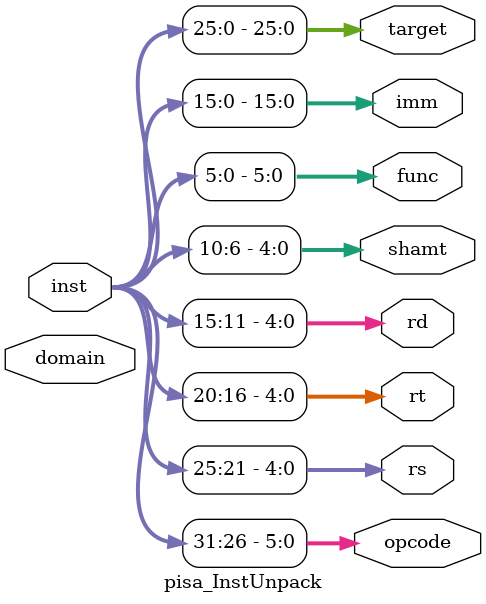
<source format=v>

`ifndef PISA_INST_V
`define PISA_INST_V


`define PISA_INST_OPCODE    31:26
`define PISA_INST_RS        25:21
`define PISA_INST_RT        20:16
`define PISA_INST_RD        15:11
`define PISA_INST_SHAMT     10:6
`define PISA_INST_FUNC      5:0
`define PISA_INST_IMM       15:0
`define PISA_INST_TARGET    25:0

//------------------------------------------------------------------------
// Field sizes
//------------------------------------------------------------------------

`define PISA_INST_NBITS          32
`define PISA_INST_OPCODE_NBITS   6
`define PISA_INST_RS_NBITS       5
`define PISA_INST_RT_NBITS       5
`define PISA_INST_RD_NBITS       5
`define PISA_INST_SHAMT_NBITS    5
`define PISA_INST_FUNC_NBITS     6
`define PISA_INST_IMM_NBITS      16
`define PISA_INST_TARGET_NBITS   26

//------------------------------------------------------------------------
// Instruction opcodes
//------------------------------------------------------------------------

// Basic instructions

`define PISA_INST_MFC0    32'b010000_00000_?????_?????_00000_000000
`define PISA_INST_MTC0    32'b010000_00100_?????_?????_00000_000000
`define PISA_INST_NOP     32'b000000_00000_00000_00000_00000_000000

// Register-register arithmetic, logical, and comparison instructions

`define PISA_INST_ADDU    32'b000000_?????_?????_?????_00000_100001
`define PISA_INST_SUBU    32'b000000_?????_?????_?????_00000_100011
`define PISA_INST_AND     32'b000000_?????_?????_?????_00000_100100
`define PISA_INST_OR      32'b000000_?????_?????_?????_00000_100101
`define PISA_INST_XOR     32'b000000_?????_?????_?????_00000_100110
`define PISA_INST_NOR     32'b000000_?????_?????_?????_00000_100111
`define PISA_INST_SLT     32'b000000_?????_?????_?????_00000_101010
`define PISA_INST_SLTU    32'b000000_?????_?????_?????_00000_101011

// Register-immediate arithmetic, logical, and comparison instructions

`define PISA_INST_ADDIU   32'b001001_?????_?????_?????_?????_??????
`define PISA_INST_ANDI    32'b001100_?????_?????_?????_?????_??????
`define PISA_INST_ORI     32'b001101_?????_?????_?????_?????_??????
`define PISA_INST_XORI    32'b001110_?????_?????_?????_?????_??????
`define PISA_INST_SLTI    32'b001010_?????_?????_?????_?????_??????
`define PISA_INST_SLTIU   32'b001011_?????_?????_?????_?????_??????

// Shift instructions

`define PISA_INST_SLL     32'b000000_00000_?????_?????_?????_000000
`define PISA_INST_SRL     32'b000000_00000_?????_?????_?????_000010
`define PISA_INST_SRA     32'b000000_00000_?????_?????_?????_000011
`define PISA_INST_SLLV    32'b000000_?????_?????_?????_00000_000100
`define PISA_INST_SRLV    32'b000000_?????_?????_?????_00000_000110
`define PISA_INST_SRAV    32'b000000_?????_?????_?????_00000_000111

// Other instructions

`define PISA_INST_LUI     32'b001111_00000_?????_?????_?????_??????

// Multiply/divide instructions

`define PISA_INST_MUL     32'b011100_?????_?????_?????_00000_000010
`define PISA_INST_DIV     32'b100111_?????_?????_?????_00000_000101
`define PISA_INST_DIVU    32'b100111_?????_?????_?????_00000_000111
`define PISA_INST_REM     32'b100111_?????_?????_?????_00000_000110
`define PISA_INST_REMU    32'b100111_?????_?????_?????_00000_001000

// Load instructions

`define PISA_INST_LW      32'b100011_?????_?????_?????_?????_??????
`define PISA_INST_LH      32'b100001_?????_?????_?????_?????_??????
`define PISA_INST_LHU     32'b100101_?????_?????_?????_?????_??????
`define PISA_INST_LB      32'b100000_?????_?????_?????_?????_??????
`define PISA_INST_LBU     32'b100100_?????_?????_?????_?????_??????
`define PISA_INST_PRELW   32'b100111_?????_?????_?????_?????_??????

// Store instructions

`define PISA_INST_SW      32'b101011_?????_?????_?????_?????_??????
`define PISA_INST_SH      32'b101001_?????_?????_?????_?????_??????
`define PISA_INST_SB      32'b101000_?????_?????_?????_?????_??????

// Unconditional jump instructions

`define PISA_INST_J       32'b000010_?????_?????_?????_?????_??????
`define PISA_INST_JAL     32'b000011_?????_?????_?????_?????_??????
`define PISA_INST_JR      32'b000000_?????_00000_00000_00000_001000
`define PISA_INST_JALR    32'b000000_?????_00000_?????_00000_001001

// Conditional branch instructions

`define PISA_INST_BEQ     32'b000100_?????_?????_?????_?????_??????
`define PISA_INST_BNE     32'b000101_?????_?????_?????_?????_??????
`define PISA_INST_BLEZ    32'b000110_?????_00000_?????_?????_??????
`define PISA_INST_BGTZ    32'b000111_?????_00000_?????_?????_??????
`define PISA_INST_BLTZ    32'b000001_?????_00000_?????_?????_??????
`define PISA_INST_BGEZ    32'b000001_?????_00001_?????_?????_??????

// System-level instructions

`define PISA_INST_SYSCALL 32'b000000_?????_?????_?????_?????_001100
`define PISA_INST_ERET    32'b010000_10000_00000_00000_00000_011000

// Atomic memory operations

`define PISA_INST_AMO_ADD 32'b100111_?????_?????_?????_00000_000010
`define PISA_INST_AMO_AND 32'b100111_?????_?????_?????_00000_000011
`define PISA_INST_AMO_OR  32'b100111_?????_?????_?????_00000_000100

// Interrupt operations
`define PISA_INST_INTR	  32'b000111_?????_?????_?????_?????_?????0
`define PISA_INST_SETINTR 32'b000111_?????_?????_?????_?????_?????1

// Change Mode operations
`define PISA_INST_CHMOD   32'b111111_?????_?????_?????_11111_111111

// Change Control Register Operations
`define PISA_INST_CHMEMPAR 32'b011111_?????_?????_?????_?????_??????

// Direct Memory Access instruction
`define PISA_INST_DIRMEM  32'b101111_?????_?????_?????_?????_??????

// Debug Intrucstion
`define PISA_INST_DEBUG	  32'b101110_?????_?????_?????_?????_??????

//------------------------------------------------------------------------
// Coprocessor registers
//------------------------------------------------------------------------

`define PISA_CPR_MNGR2PROC  1
`define PISA_CPR_PROC2MNGR  2
`define PISA_CPR_STATS_EN   21
`define PISA_CPR_NUMCORES   16
`define PISA_CPR_COREID     17

//------------------------------------------------------------------------
// Helper Tasks
//------------------------------------------------------------------------

module pisa_InstTasks();

  //----------------------------------------------------------------------
  // Assembly functions for each format type
  //----------------------------------------------------------------------

  function [`PISA_INST_NBITS-1:0] asm_fmt_r
  (
    input [`PISA_INST_OPCODE_NBITS-1:0] opcode,
    input [`PISA_INST_RS_NBITS-1:0]     rs,
    input [`PISA_INST_RT_NBITS-1:0]     rt,
    input [`PISA_INST_RD_NBITS-1:0]     rd,
    input [`PISA_INST_SHAMT_NBITS-1:0]  shamt,
    input [`PISA_INST_FUNC_NBITS-1:0]   func
  );
  begin
    asm_fmt_r[`PISA_INST_OPCODE] = opcode;
    asm_fmt_r[`PISA_INST_RS]     = rs;
    asm_fmt_r[`PISA_INST_RT]     = rt;
    asm_fmt_r[`PISA_INST_RD]     = rd;
    asm_fmt_r[`PISA_INST_SHAMT]  = shamt;
    asm_fmt_r[`PISA_INST_FUNC]   = func;
  end
  endfunction

  function [`PISA_INST_NBITS-1:0] asm_fmt_i
  (
    input [`PISA_INST_OPCODE_NBITS-1:0] opcode,
    input [`PISA_INST_RS_NBITS-1:0]     rs,
    input [`PISA_INST_RT_NBITS-1:0]     rt,
    input [`PISA_INST_IMM_NBITS-1:0]    imm
  );
  begin
    asm_fmt_i[`PISA_INST_OPCODE] = opcode;
    asm_fmt_i[`PISA_INST_RS]     = rs;
    asm_fmt_i[`PISA_INST_RT]     = rt;
    asm_fmt_i[`PISA_INST_IMM]    = imm;
  end
  endfunction

  function [`PISA_INST_NBITS-1:0] asm_fmt_j
  (
    input [`PISA_INST_OPCODE_NBITS-1:0] opcode,
    input [`PISA_INST_TARGET_NBITS-1:0] target
  );
  begin
    asm_fmt_j[`PISA_INST_OPCODE] = opcode;
    asm_fmt_j[`PISA_INST_TARGET] = target;
  end
  endfunction

  //----------------------------------------------------------------------
  // Assembly functions for basic instructions
  //----------------------------------------------------------------------

  function [`PISA_INST_NBITS-1:0] asm_mfc0
  (
    input [`PISA_INST_RT_NBITS-1:0]  rt,
    input [`PISA_INST_RD_NBITS-1:0]  rd
  );
  begin
    asm_mfc0 = asm_fmt_r( 6'b010000, 5'd0, rt, rd, 5'd0, 6'b000000 );
  end
  endfunction

  function [`PISA_INST_NBITS-1:0] asm_mtc0
  (
    input [`PISA_INST_RT_NBITS-1:0]  rt,
    input [`PISA_INST_RD_NBITS-1:0]  rd
  );
  begin
    asm_mtc0 = asm_fmt_r( 6'b010000, 5'b00100, rt, rd, 5'd0, 6'b000000 );
  end
  endfunction

  function [`PISA_INST_NBITS-1:0] asm_nop( input dummy );
  begin
    asm_nop = asm_fmt_i( 6'b000000, 5'd0, 5'd0, 16'h0 );
  end
  endfunction

  //----------------------------------------------------------------------
  // Assembly functions for reg-reg arith, logical, and cmp instructions
  //----------------------------------------------------------------------

  function [`PISA_INST_NBITS-1:0] asm_addu
  (
    input [`PISA_INST_RD_NBITS-1:0] rd,
    input [`PISA_INST_RS_NBITS-1:0] rs,
    input [`PISA_INST_RT_NBITS-1:0] rt
  );
  begin
    asm_addu = asm_fmt_r( 6'b000000, rs, rt, rd, 5'd0, 6'b100001 );
  end
  endfunction

  function [`PISA_INST_NBITS-1:0] asm_subu
  (
    input [`PISA_INST_RD_NBITS-1:0] rd,
    input [`PISA_INST_RS_NBITS-1:0] rs,
    input [`PISA_INST_RT_NBITS-1:0] rt
  );
  begin
    asm_subu = asm_fmt_r( 6'b000000, rs, rt, rd, 5'd0, 6'b100011 );
  end
  endfunction

  function [`PISA_INST_NBITS-1:0] asm_and
  (
    input [`PISA_INST_RD_NBITS-1:0] rd,
    input [`PISA_INST_RS_NBITS-1:0] rs,
    input [`PISA_INST_RT_NBITS-1:0] rt
  );
  begin
    asm_and = asm_fmt_r( 6'b000000, rs, rt, rd, 5'd0, 6'b100100 );
  end
  endfunction

  function [`PISA_INST_NBITS-1:0] asm_or
  (
    input [`PISA_INST_RD_NBITS-1:0] rd,
    input [`PISA_INST_RS_NBITS-1:0] rs,
    input [`PISA_INST_RT_NBITS-1:0] rt
  );
  begin
    asm_or = asm_fmt_r( 6'b000000, rs, rt, rd, 5'd0, 6'b100101 );
  end
  endfunction

  function [`PISA_INST_NBITS-1:0] asm_xor
  (
    input [`PISA_INST_RD_NBITS-1:0] rd,
    input [`PISA_INST_RS_NBITS-1:0] rs,
    input [`PISA_INST_RT_NBITS-1:0] rt
  );
  begin
    asm_xor = asm_fmt_r( 6'b000000, rs, rt, rd, 5'd0, 6'b100110 );
  end
  endfunction

  function [`PISA_INST_NBITS-1:0] asm_nor
  (
    input [`PISA_INST_RD_NBITS-1:0] rd,
    input [`PISA_INST_RS_NBITS-1:0] rs,
    input [`PISA_INST_RT_NBITS-1:0] rt
  );
  begin
    asm_nor = asm_fmt_r( 6'b000000, rs, rt, rd, 5'd0, 6'b100111 );
  end
  endfunction

  function [`PISA_INST_NBITS-1:0] asm_slt
  (
    input [`PISA_INST_RD_NBITS-1:0] rd,
    input [`PISA_INST_RS_NBITS-1:0] rs,
    input [`PISA_INST_RT_NBITS-1:0] rt
  );
  begin
    asm_slt = asm_fmt_r( 6'b000000, rs, rt, rd, 5'd0, 6'b101010 );
  end
  endfunction

  function [`PISA_INST_NBITS-1:0] asm_sltu
  (
    input [`PISA_INST_RD_NBITS-1:0] rd,
    input [`PISA_INST_RS_NBITS-1:0] rs,
    input [`PISA_INST_RT_NBITS-1:0] rt
  );
  begin
    asm_sltu = asm_fmt_r( 6'b000000, rs, rt, rd, 5'd0, 6'b101011 );
  end
  endfunction

  //----------------------------------------------------------------------
  // Assembly functions for reg-imm arith, logical, and cmp instructions
  //----------------------------------------------------------------------

  function [`PISA_INST_NBITS-1:0] asm_addiu
  (
    input [`PISA_INST_RT_NBITS-1:0]  rt,
    input [`PISA_INST_RS_NBITS-1:0]  rs,
    input [`PISA_INST_IMM_NBITS-1:0] imm
  );
  begin
    asm_addiu = asm_fmt_i( 6'b001001, rs, rt, imm );
  end
  endfunction

  function [`PISA_INST_NBITS-1:0] asm_andi
  (
    input [`PISA_INST_RT_NBITS-1:0]  rt,
    input [`PISA_INST_RS_NBITS-1:0]  rs,
    input [`PISA_INST_IMM_NBITS-1:0] imm
  );
  begin
    asm_andi = asm_fmt_i( 6'b001100, rs, rt, imm );
  end
  endfunction

  function [`PISA_INST_NBITS-1:0] asm_ori
  (
    input [`PISA_INST_RT_NBITS-1:0]  rt,
    input [`PISA_INST_RS_NBITS-1:0]  rs,
    input [`PISA_INST_IMM_NBITS-1:0] imm
  );
  begin
    asm_ori = asm_fmt_i( 6'b001101, rs, rt, imm );
  end
  endfunction

  function [`PISA_INST_NBITS-1:0] asm_xori
  (
    input [`PISA_INST_RT_NBITS-1:0]  rt,
    input [`PISA_INST_RS_NBITS-1:0]  rs,
    input [`PISA_INST_IMM_NBITS-1:0] imm
  );
  begin
    asm_xori = asm_fmt_i( 6'b001110, rs, rt, imm );
  end
  endfunction

  function [`PISA_INST_NBITS-1:0] asm_slti
  (
    input [`PISA_INST_RT_NBITS-1:0]  rt,
    input [`PISA_INST_RS_NBITS-1:0]  rs,
    input [`PISA_INST_IMM_NBITS-1:0] imm
  );
  begin
    asm_slti = asm_fmt_i( 6'b001010, rs, rt, imm );
  end
  endfunction

  function [`PISA_INST_NBITS-1:0] asm_sltiu
  (
    input [`PISA_INST_RT_NBITS-1:0]  rt,
    input [`PISA_INST_RS_NBITS-1:0]  rs,
    input [`PISA_INST_IMM_NBITS-1:0] imm
  );
  begin
    asm_sltiu = asm_fmt_i( 6'b001011, rs, rt, imm );
  end
  endfunction

  //----------------------------------------------------------------------
  // Assembly functions for shift instructions
  //----------------------------------------------------------------------

  function [`PISA_INST_NBITS-1:0] asm_sll
  (
    input [`PISA_INST_RD_NBITS-1:0]    rd,
    input [`PISA_INST_RT_NBITS-1:0]    rt,
    input [`PISA_INST_SHAMT_NBITS-1:0] shamt
  );
  begin
    asm_sll = asm_fmt_r( 6'b000000, 5'd0, rt, rd, shamt, 6'b000000 );
  end
  endfunction

  function [`PISA_INST_NBITS-1:0] asm_srl
  (
    input [`PISA_INST_RD_NBITS-1:0]    rd,
    input [`PISA_INST_RT_NBITS-1:0]    rt,
    input [`PISA_INST_SHAMT_NBITS-1:0] shamt
  );
  begin
    asm_srl = asm_fmt_r( 6'b000000, 5'd0, rt, rd, shamt, 6'b000010 );
  end
  endfunction

  function [`PISA_INST_NBITS-1:0] asm_sra
  (
    input [`PISA_INST_RD_NBITS-1:0]    rd,
    input [`PISA_INST_RT_NBITS-1:0]    rt,
    input [`PISA_INST_SHAMT_NBITS-1:0] shamt
  );
  begin
    asm_sra = asm_fmt_r( 6'b000000, 5'd0, rt, rd, shamt, 6'b000011 );
  end
  endfunction

  function [`PISA_INST_NBITS-1:0] asm_sllv
  (
    input [`PISA_INST_RD_NBITS-1:0]    rd,
    input [`PISA_INST_RT_NBITS-1:0]    rt,
    input [`PISA_INST_RS_NBITS-1:0]    rs
  );
  begin
    asm_sllv = asm_fmt_r( 6'b000000, rs, rt, rd, 5'd0, 6'b000100 );
  end
  endfunction

  function [`PISA_INST_NBITS-1:0] asm_srlv
  (
    input [`PISA_INST_RD_NBITS-1:0]    rd,
    input [`PISA_INST_RT_NBITS-1:0]    rt,
    input [`PISA_INST_RS_NBITS-1:0]    rs
  );
  begin
    asm_srlv = asm_fmt_r( 6'b000000, rs, rt, rd, 5'd0, 6'b000110 );
  end
  endfunction

  function [`PISA_INST_NBITS-1:0] asm_srav
  (
    input [`PISA_INST_RD_NBITS-1:0]    rd,
    input [`PISA_INST_RT_NBITS-1:0]    rt,
    input [`PISA_INST_RS_NBITS-1:0]    rs
  );
  begin
    asm_srav = asm_fmt_r( 6'b000000, rs, rt, rd, 5'd0, 6'b000111 );
  end
  endfunction

  //----------------------------------------------------------------------
  // Assembly functions for other instructions
  //----------------------------------------------------------------------

  function [`PISA_INST_NBITS-1:0] asm_lui
  (
    input [`PISA_INST_RT_NBITS-1:0]  rt,
    input [`PISA_INST_IMM_NBITS-1:0] imm
  );
  begin
    asm_lui = asm_fmt_i( 6'b001111, 5'd0, rt, imm );
  end
  endfunction

  //----------------------------------------------------------------------
  // Assembly functions for multiply/divide instructions
  //----------------------------------------------------------------------

  function [`PISA_INST_NBITS-1:0] asm_mul
  (
    input [`PISA_INST_RD_NBITS-1:0] rd,
    input [`PISA_INST_RT_NBITS-1:0] rt,
    input [`PISA_INST_RS_NBITS-1:0] rs
  );
  begin
    asm_mul = asm_fmt_r( 6'b011100, rs, rt, rd, 5'd0, 6'b000010 );
  end
  endfunction

  function [`PISA_INST_NBITS-1:0] asm_div
  (
    input [`PISA_INST_RD_NBITS-1:0] rd,
    input [`PISA_INST_RT_NBITS-1:0] rt,
    input [`PISA_INST_RS_NBITS-1:0] rs
  );
  begin
    asm_div = asm_fmt_r( 6'b100111, rs, rt, rd, 5'd0, 6'b000101 );
  end
  endfunction

  function [`PISA_INST_NBITS-1:0] asm_divu
  (
    input [`PISA_INST_RD_NBITS-1:0] rd,
    input [`PISA_INST_RT_NBITS-1:0] rt,
    input [`PISA_INST_RS_NBITS-1:0] rs
  );
  begin
    asm_divu = asm_fmt_r( 6'b100111, rs, rt, rd, 5'd0, 6'b000111 );
  end
  endfunction

  function [`PISA_INST_NBITS-1:0] asm_rem
  (
    input [`PISA_INST_RD_NBITS-1:0] rd,
    input [`PISA_INST_RT_NBITS-1:0] rt,
    input [`PISA_INST_RS_NBITS-1:0] rs
  );
  begin
    asm_rem = asm_fmt_r( 6'b100111, rs, rt, rd, 5'd0, 6'b000110 );
  end
  endfunction

  function [`PISA_INST_NBITS-1:0] asm_remu
  (
    input [`PISA_INST_RD_NBITS-1:0] rd,
    input [`PISA_INST_RT_NBITS-1:0] rt,
    input [`PISA_INST_RS_NBITS-1:0] rs
  );
  begin
    asm_remu = asm_fmt_r( 6'b100111, rs, rt, rd, 5'd0, 6'b001000 );
  end
  endfunction

  //----------------------------------------------------------------------
  // Assembly functions for load instructions
  //----------------------------------------------------------------------

  function [`PISA_INST_NBITS-1:0] asm_lw
  (
    input [`PISA_INST_RT_NBITS-1:0]  rt,
    input [`PISA_INST_IMM_NBITS-1:0] imm,
    input [`PISA_INST_RS_NBITS-1:0]  rs
  );
  begin
    asm_lw = asm_fmt_i( 6'b100011, rs, rt, imm );
  end
  endfunction

  function [`PISA_INST_NBITS-1:0] asm_lh
  (
    input [`PISA_INST_RT_NBITS-1:0]  rt,
    input [`PISA_INST_IMM_NBITS-1:0] imm,
    input [`PISA_INST_RS_NBITS-1:0]  rs
  );
  begin
    asm_lh = asm_fmt_i( 6'b100001, rs, rt, imm );
  end
  endfunction

  function [`PISA_INST_NBITS-1:0] asm_lhu
  (
    input [`PISA_INST_RT_NBITS-1:0]  rt,
    input [`PISA_INST_IMM_NBITS-1:0] imm,
    input [`PISA_INST_RS_NBITS-1:0]  rs
  );
  begin
    asm_lhu = asm_fmt_i( 6'b100101, rs, rt, imm );
  end
  endfunction

  function [`PISA_INST_NBITS-1:0] asm_lb
  (
    input [`PISA_INST_RT_NBITS-1:0]  rt,
    input [`PISA_INST_IMM_NBITS-1:0] imm,
    input [`PISA_INST_RS_NBITS-1:0]  rs
  );
  begin
    asm_lb = asm_fmt_i( 6'b100000, rs, rt, imm );
  end
  endfunction

  function [`PISA_INST_NBITS-1:0] asm_lbu
  (
    input [`PISA_INST_RT_NBITS-1:0]  rt,
    input [`PISA_INST_IMM_NBITS-1:0] imm,
    input [`PISA_INST_RS_NBITS-1:0]  rs
  );
  begin
    asm_lbu = asm_fmt_i( 6'b100100, rs, rt, imm );
  end
  endfunction

  function [`PISA_INST_NBITS-1:0] asm_prelw
  (
    input [`PISA_INST_RT_NBITS-1:0]	 rt,
	input [`PISA_INST_IMM_NBITS-1:0] imm,
	input [`PISA_INST_RS_NBITS-1:0]	 rs
  );
  begin
	asm_prelw = asm_fmt_i( 6'b100111, rs, rt, imm );
  end
  endfunction

  //----------------------------------------------------------------------
  // Assembly functions for store instructions
  //----------------------------------------------------------------------

  function [`PISA_INST_NBITS-1:0] asm_sw
  (
    input [`PISA_INST_RT_NBITS-1:0]  rt,
    input [`PISA_INST_IMM_NBITS-1:0] imm,
    input [`PISA_INST_RS_NBITS-1:0]  rs
  );
  begin
    asm_sw = asm_fmt_i( 6'b101011, rs, rt, imm );
  end
  endfunction

  function [`PISA_INST_NBITS-1:0] asm_sh
  (
    input [`PISA_INST_RT_NBITS-1:0]  rt,
    input [`PISA_INST_IMM_NBITS-1:0] imm,
    input [`PISA_INST_RS_NBITS-1:0]  rs
  );
  begin
    asm_sh = asm_fmt_i( 6'b101001, rs, rt, imm );
  end
  endfunction

  function [`PISA_INST_NBITS-1:0] asm_sb
  (
    input [`PISA_INST_RT_NBITS-1:0]  rt,
    input [`PISA_INST_IMM_NBITS-1:0] imm,
    input [`PISA_INST_RS_NBITS-1:0]  rs
  );
  begin
    asm_sb = asm_fmt_i( 6'b101000, rs, rt, imm );
  end
  endfunction

  //----------------------------------------------------------------------
  // Assembly functions for unconditional jump instructions
  //----------------------------------------------------------------------

  function [`PISA_INST_NBITS-1:0] asm_j
  (
    input [`PISA_INST_TARGET_NBITS-1:0] target
  );
  begin
    asm_j = asm_fmt_j( 6'b000010, target );
  end
  endfunction

  function [`PISA_INST_NBITS-1:0] asm_jal
  (
    input [`PISA_INST_TARGET_NBITS-1:0] target
  );
  begin
    asm_jal = asm_fmt_j( 6'b000011, target );
  end
  endfunction

  function [`PISA_INST_NBITS-1:0] asm_jr
  (
    input [`PISA_INST_RS_NBITS-1:0] rs
  );
  begin
    asm_jr = asm_fmt_r( 6'b000000, rs, 5'd0, 5'd0, 5'd0, 6'b001000 );
  end
  endfunction

  function [`PISA_INST_NBITS-1:0] asm_jalr
  (
    input [`PISA_INST_RD_NBITS-1:0] rd,
    input [`PISA_INST_RS_NBITS-1:0] rs
  );
  begin
    asm_jalr = asm_fmt_r( 6'b000000, rs, 5'd0, rd, 5'd0, 6'b001001 );
  end
  endfunction

  //----------------------------------------------------------------------
  // Assembly functions for conditional branch instructions
  //----------------------------------------------------------------------

  function [`PISA_INST_NBITS-1:0] asm_beq
  (
    input [`PISA_INST_RS_NBITS-1:0]  rs,
    input [`PISA_INST_RT_NBITS-1:0]  rt,
    input [`PISA_INST_IMM_NBITS-1:0] imm
  );
  begin
    asm_beq = asm_fmt_i( 6'b000100, rs, rt, imm );
  end
  endfunction

  function [`PISA_INST_NBITS-1:0] asm_bne
  (
    input [`PISA_INST_RS_NBITS-1:0]  rs,
    input [`PISA_INST_RT_NBITS-1:0]  rt,
    input [`PISA_INST_IMM_NBITS-1:0] imm
  );
  begin
    asm_bne = asm_fmt_i( 6'b000101, rs, rt, imm );
  end
  endfunction

  function [`PISA_INST_NBITS-1:0] asm_blez
  (
    input [`PISA_INST_RS_NBITS-1:0]  rs,
    input [`PISA_INST_IMM_NBITS-1:0] imm
  );
  begin
    asm_blez = asm_fmt_i( 6'b000110, rs, 5'd0, imm );
  end
  endfunction

  function [`PISA_INST_NBITS-1:0] asm_bgtz
  (
    input [`PISA_INST_RS_NBITS-1:0]  rs,
    input [`PISA_INST_IMM_NBITS-1:0] imm
  );
  begin
    asm_bgtz = asm_fmt_i( 6'b000111, rs, 5'd0, imm );
  end
  endfunction

  function [`PISA_INST_NBITS-1:0] asm_bltz
  (
    input [`PISA_INST_RS_NBITS-1:0]  rs,
    input [`PISA_INST_IMM_NBITS-1:0] imm
  );
  begin
    asm_bltz = asm_fmt_i( 6'b000001, rs, 5'd0, imm );
  end
  endfunction

  function [`PISA_INST_NBITS-1:0] asm_bgez
  (
    input [`PISA_INST_RS_NBITS-1:0]  rs,
    input [`PISA_INST_IMM_NBITS-1:0] imm
  );
  begin
    asm_bgez = asm_fmt_i( 6'b000001, rs, 5'd1, imm );
  end
  endfunction

  //----------------------------------------------------------------------
  // Assembly functions for system-level instructions
  //----------------------------------------------------------------------

  function [`PISA_INST_NBITS-1:0] asm_syscall( input dummy );
  begin
    asm_syscall = asm_fmt_r( 6'b000000, 5'd0, 5'd0, 5'd0, 5'd0, 6'b001100 );
  end
  endfunction

  function [`PISA_INST_NBITS-1:0] asm_eret( input dummy );
  begin
    asm_eret = asm_fmt_r( 6'b010000, 5'b10000, 5'd0, 5'd0, 5'd0, 6'b011000 );
  end
  endfunction

  //----------------------------------------------------------------------
  // Assembly functions for atomic memory operations
  //----------------------------------------------------------------------

  function [`PISA_INST_NBITS-1:0] asm_amo_add
  (
    input [`PISA_INST_RD_NBITS-1:0] rd,
    input [`PISA_INST_RS_NBITS-1:0] rs,
    input [`PISA_INST_RT_NBITS-1:0] rt
  );
  begin
    asm_amo_add = asm_fmt_r( 6'b100111, rs, rt, rd, 5'd0, 6'b000010 );
  end
  endfunction

  function [`PISA_INST_NBITS-1:0] asm_amo_and
  (
    input [`PISA_INST_RD_NBITS-1:0] rd,
    input [`PISA_INST_RS_NBITS-1:0] rs,
    input [`PISA_INST_RT_NBITS-1:0] rt
  );
  begin
    asm_amo_and = asm_fmt_r( 6'b100111, rs, rt, rd, 5'd0, 6'b000011 );
  end
  endfunction

  function [`PISA_INST_NBITS-1:0] asm_amo_or
  (
    input [`PISA_INST_RD_NBITS-1:0] rd,
    input [`PISA_INST_RS_NBITS-1:0] rs,
    input [`PISA_INST_RT_NBITS-1:0] rt
  );
  begin
    asm_amo_or = asm_fmt_r( 6'b100111, rs, rt, rd, 5'd0, 6'b000100 );
  end
  endfunction

  //----------------------------------------------------------------------
  // Assembly functions for interrupt operations
  //----------------------------------------------------------------------
  function [`PISA_INST_NBITS-1:0] asm_intr( input dummy );
  begin
	asm_intr = asm_fmt_r( 6'b000111, 'hx, 'hx, 'hx, 'hx, 6'bxxxxx0);
  end
  endfunction

  function [`PISA_INST_NBITS-1:0] asm_setintr( input dummy );
  begin
	asm_setintr = asm_fmt_r( 6'b000111, 'hx, 'hx, 'hx, 'hx, 6'bxxxxx1);
  end
  endfunction

  //----------------------------------------------------------------------
  // Assembly functions for changing execution code
  //----------------------------------------------------------------------
  function [`PISA_INST_NBITS-1:0] asm_chmod( input dummy );
  begin
	asm_chmod = asm_fmt_r( 6'b111111, 'hx, 'hx, 'hx, 5'b11111, 6'b111111);
  end
  endfunction
	
  //----------------------------------------------------------------------
  // Assembly functions for changing memory partition register
  //----------------------------------------------------------------------
  function [`PISA_INST_NBITS-1:0]	asm_chmempar
  (
	input [`PISA_INST_RT_NBITS-1:0]		rt,
    input [`PISA_INST_IMM_NBITS-1:0]	imm,
    input [`PISA_INST_RS_NBITS-1:0]		rs
  );
  begin
	asm_chmempar = asm_fmt_i( 6'b011111, rs, rt, imm );
  end
  endfunction

  //----------------------------------------------------------------------
  // Assembly functions for direct memory access
  //----------------------------------------------------------------------
  function [`PISA_INST_NBITS-1:0]	asm_dirmem
  (
	input [`PISA_INST_RT_NBITS-1:0]		rt,
	input [`PISA_INST_IMM_NBITS-1:0]	imm,
	input [`PISA_INST_RS_NBITS-1:0]		rs
  );
  begin
	asm_dirmem = asm_fmt_i( 6'b101111, rs, rt, imm);
  end
  endfunction

  //----------------------------------------------------------------------
  // Assembly functions for debug instruction
  //----------------------------------------------------------------------
  function [`PISA_INST_NBITS-1:0]	asm_debug
  (
	input [`PISA_INST_RT_NBITS-1:0]		rt,
	input [`PISA_INST_IMM_NBITS-1:0]	imm,
	input [`PISA_INST_RS_NBITS-1:0]		rs
  );
  begin
	asm_debug = asm_fmt_i( 6'b101110, rs, rt, imm );
  end
  endfunction

endmodule
//------------------------------------------------------------------------
// Unpack instruction
//------------------------------------------------------------------------

module pisa_InstUnpack
(
  // Packed message

  input  [`PISA_INST_NBITS-1:0]        inst,
  input								   domain,

  // Packed fields

  output [`PISA_INST_OPCODE_NBITS-1:0] opcode,
  output [`PISA_INST_RS_NBITS-1:0]     rs,
  output [`PISA_INST_RT_NBITS-1:0]     rt,
  output [`PISA_INST_RD_NBITS-1:0]     rd,
  output [`PISA_INST_SHAMT_NBITS-1:0]  shamt,
  output [`PISA_INST_FUNC_NBITS-1:0]   func,
  output [`PISA_INST_IMM_NBITS-1:0]    imm,
  output [`PISA_INST_TARGET_NBITS-1:0] target
);

  assign opcode   = inst[`PISA_INST_OPCODE];
  assign rs       = inst[`PISA_INST_RS];
  assign rt       = inst[`PISA_INST_RT];
  assign rd       = inst[`PISA_INST_RD];
  assign shamt    = inst[`PISA_INST_SHAMT];
  assign func     = inst[`PISA_INST_FUNC];
  assign imm      = inst[`PISA_INST_IMM];
  assign target   = inst[`PISA_INST_TARGET];

endmodule

`endif /* PISA_INST_V */

</source>
